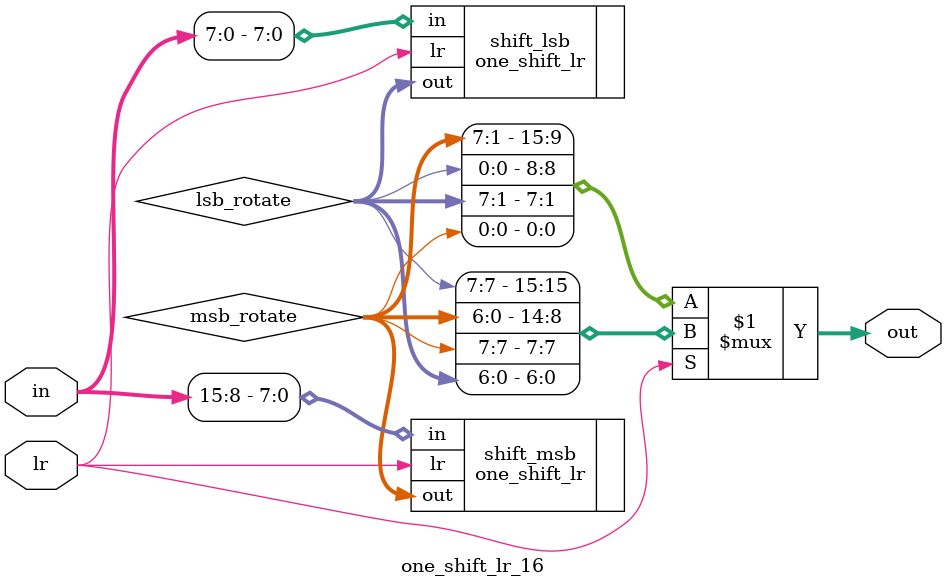
<source format=sv>
`timescale 1ns / 1ps
/*
Steps:
1) Split in\[15:0] to in_msb\[15:8] and in_lsb\[7:0]
2) preform l or r rotation to both in
	1) *after shift:* if ls = 0, then swap in_msb_rotated\[0] and in_lsb_rotated\[0]
		1) else, swap in_msb_rotated\[7] and in_lsb_rotated\[7]
3) preform concatenation for output

if lr = 0, shift left, else shift right
*/

module one_shift_lr_16(
    input logic [15:0] in,
    input logic lr,
    output logic [15:0] out
    );
    
    logic [7:0] msb_rotate, lsb_rotate;

    // step 1-2
    one_shift_lr shift_msb (.in(in[15:8]), .out(msb_rotate), .lr(lr));
    one_shift_lr shift_lsb (.in(in[7:0]), .out(lsb_rotate), .lr(lr));
    
    assign out = lr ? {lsb_rotate[7], msb_rotate[6:0], msb_rotate[7], lsb_rotate[6:0]}
        : {msb_rotate[7:1], lsb_rotate[0], lsb_rotate[7:1], msb_rotate[0]};
endmodule

</source>
